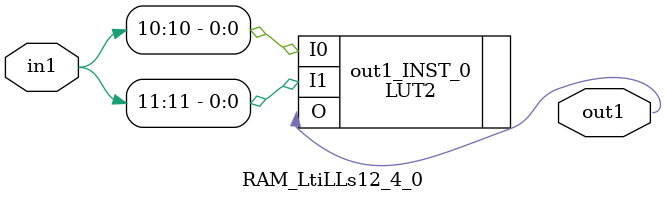
<source format=v>
`timescale 1 ps / 1 ps

(* STRUCTURAL_NETLIST = "yes" *)
module RAM_LtiLLs12_4_0
   (in1,
    out1);
  input [11:0]in1;
  output out1;

  wire [11:0]in1;
  wire out1;

LUT2 #(
    .INIT(4'hD)) 
     out1_INST_0
       (.I0(in1[10]),
        .I1(in1[11]),
        .O(out1));
endmodule


</source>
